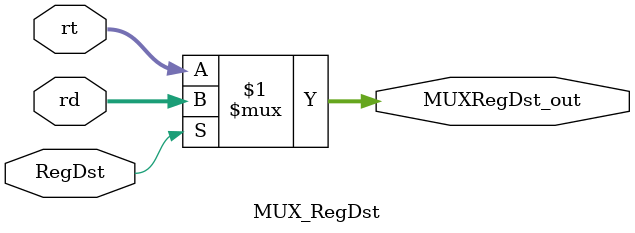
<source format=sv>
module MUX_RegDst(
    input logic RegDst,                  
    input logic [4:0] rt,             
    input logic [4:0] rd,             
    output logic [4:0] MUXRegDst_out            
);
    assign MUXRegDst_out = RegDst ? rd : rt;
endmodule


</source>
